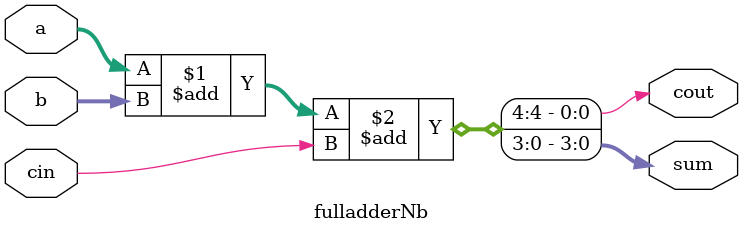
<source format=v>
module fulladderNb #(
    parameter N = 4 // Default bit-width= 4 bits
)

(
    input [N-1:0] a,        // First input
    input [N-1:0] b,        // Second input
    input cin,              // Carry input
    output [N-1:0] sum,     // Sum output
    output cout             // Carry output
);

assign {cout, sum} = a + b + cin; // Calculate sum and carry out

endmodule



    
</source>
